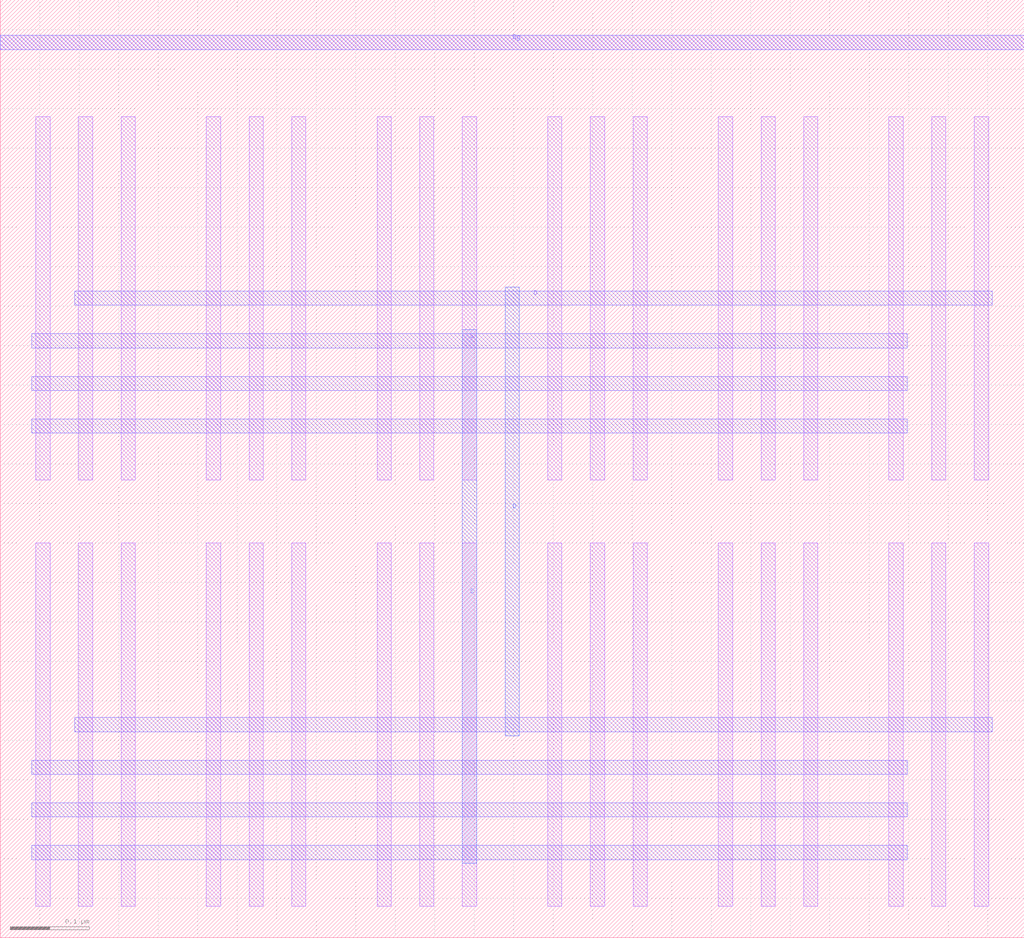
<source format=lef>
MACRO DCL_NMOS_n12_X2_Y2
  ORIGIN 0 0 ;
  FOREIGN DCL_NMOS_n12_X2_Y2 0 0 ;
  SIZE 0.864 BY 1.188 ;
  PIN S
    DIRECTION INOUT ;
    USE SIGNAL ;
    PORT
      LAYER M2 ;
        RECT 0.040 0.099 0.716 0.117 ;
      LAYER M2 ;
        RECT 0.040 0.153 0.716 0.171 ;
      LAYER M2 ;
        RECT 0.040 0.207 0.716 0.225 ;
      LAYER M2 ;
        RECT 0.040 0.639 0.716 0.657 ;
      LAYER M2 ;
        RECT 0.040 0.693 0.716 0.711 ;
      LAYER M2 ;
        RECT 0.040 0.747 0.716 0.765 ;
      LAYER M3 ;
        RECT 0.369 0.094 0.387 0.770 ;
    END
  END S
  PIN D
    DIRECTION INOUT ;
    USE SIGNAL ;
    PORT
      LAYER M2 ;
        RECT 0.094 0.261 0.824 0.279 ;
      LAYER M2 ;
        RECT 0.094 0.801 0.824 0.819 ;
      LAYER M3 ;
        RECT 0.423 0.256 0.441 0.824 ;
    END
  END D
  PIN Bg
    DIRECTION INOUT ;
    USE SIGNAL ;
    PORT
      LAYER M2 ;
        RECT 0.0 1.125 0.864 1.143 ;
    END
  END Bg
  OBS
    LAYER M1 ;
      RECT 0.0 1.125 0.864 1.143 ;
    LAYER M1 ;
      RECT 0.099 0.040 0.117 0.500 ;
    LAYER M1 ;
      RECT 0.099 0.580 0.117 1.040 ;
    LAYER M1 ;
      RECT 0.315 0.040 0.333 0.500 ;
    LAYER M1 ;
      RECT 0.315 0.580 0.333 1.040 ;
    LAYER M1 ;
      RECT 0.531 0.040 0.549 0.500 ;
    LAYER M1 ;
      RECT 0.531 0.580 0.549 1.040 ;
    LAYER M1 ;
      RECT 0.747 0.040 0.765 0.500 ;
    LAYER M1 ;
      RECT 0.747 0.580 0.765 1.040 ;
    LAYER M1 ;
      RECT 0.045 0.040 0.063 0.500 ;
    LAYER M1 ;
      RECT 0.045 0.580 0.063 1.040 ;
    LAYER M1 ;
      RECT 0.261 0.040 0.279 0.500 ;
    LAYER M1 ;
      RECT 0.261 0.580 0.279 1.040 ;
    LAYER M1 ;
      RECT 0.477 0.040 0.495 0.500 ;
    LAYER M1 ;
      RECT 0.477 0.580 0.495 1.040 ;
    LAYER M1 ;
      RECT 0.693 0.040 0.711 0.500 ;
    LAYER M1 ;
      RECT 0.693 0.580 0.711 1.040 ;
    LAYER M1 ;
      RECT 0.153 0.040 0.171 0.500 ;
    LAYER M1 ;
      RECT 0.153 0.580 0.171 1.040 ;
    LAYER M1 ;
      RECT 0.369 0.040 0.387 0.500 ;
    LAYER M1 ;
      RECT 0.369 0.580 0.387 1.040 ;
    LAYER M1 ;
      RECT 0.585 0.040 0.603 0.500 ;
    LAYER M1 ;
      RECT 0.585 0.580 0.603 1.040 ;
    LAYER M1 ;
      RECT 0.801 0.040 0.819 0.500 ;
    LAYER M1 ;
      RECT 0.801 0.580 0.819 1.040 ;
  END
END DCL_NMOS_n12_X2_Y2
MACRO DCL_NMOS_n12_X3_Y1
  ORIGIN 0 0 ;
  FOREIGN DCL_NMOS_n12_X3_Y1 0 0 ;
  SIZE 1.296 BY 0.648 ;
  PIN S
    DIRECTION INOUT ;
    USE SIGNAL ;
    PORT
      LAYER M2 ;
        RECT 0.040 0.099 1.148 0.117 ;
      LAYER M2 ;
        RECT 0.040 0.153 1.148 0.171 ;
      LAYER M2 ;
        RECT 0.040 0.207 1.148 0.225 ;
      LAYER M3 ;
        RECT 0.585 0.094 0.603 0.446 ;
    END
  END S
  PIN D
    DIRECTION INOUT ;
    USE SIGNAL ;
    PORT
      LAYER M2 ;
        RECT 0.094 0.261 1.256 0.279 ;
      LAYER M3 ;
        RECT 0.639 0.094 0.657 0.446 ;
    END
  END D
  PIN Bg
    DIRECTION INOUT ;
    USE SIGNAL ;
    PORT
      LAYER M2 ;
        RECT 0.0 0.585 1.296 0.603 ;
    END
  END Bg
  OBS
    LAYER M1 ;
      RECT 0.0 0.585 1.296 0.603 ;
    LAYER M1 ;
      RECT 0.099 0.040 0.117 0.500 ;
    LAYER M1 ;
      RECT 0.315 0.040 0.333 0.500 ;
    LAYER M1 ;
      RECT 0.531 0.040 0.549 0.500 ;
    LAYER M1 ;
      RECT 0.747 0.040 0.765 0.500 ;
    LAYER M1 ;
      RECT 0.963 0.040 0.981 0.500 ;
    LAYER M1 ;
      RECT 1.179 0.040 1.197 0.500 ;
    LAYER M1 ;
      RECT 0.045 0.040 0.063 0.500 ;
    LAYER M1 ;
      RECT 0.261 0.040 0.279 0.500 ;
    LAYER M1 ;
      RECT 0.477 0.040 0.495 0.500 ;
    LAYER M1 ;
      RECT 0.693 0.040 0.711 0.500 ;
    LAYER M1 ;
      RECT 0.909 0.040 0.927 0.500 ;
    LAYER M1 ;
      RECT 1.125 0.040 1.143 0.500 ;
    LAYER M1 ;
      RECT 0.153 0.040 0.171 0.500 ;
    LAYER M1 ;
      RECT 0.369 0.040 0.387 0.500 ;
    LAYER M1 ;
      RECT 0.585 0.040 0.603 0.500 ;
    LAYER M1 ;
      RECT 0.801 0.040 0.819 0.500 ;
    LAYER M1 ;
      RECT 1.017 0.040 1.035 0.500 ;
    LAYER M1 ;
      RECT 1.233 0.040 1.251 0.500 ;
  END
END DCL_NMOS_n12_X3_Y1
MACRO DCL_PMOS_n12_X3_Y2
  ORIGIN 0 0 ;
  FOREIGN DCL_PMOS_n12_X3_Y2 0 0 ;
  SIZE 1.296 BY 1.188 ;
  PIN S
    DIRECTION INOUT ;
    USE SIGNAL ;
    PORT
      LAYER M2 ;
        RECT 0.040 0.099 1.148 0.117 ;
      LAYER M2 ;
        RECT 0.040 0.153 1.148 0.171 ;
      LAYER M2 ;
        RECT 0.040 0.207 1.148 0.225 ;
      LAYER M2 ;
        RECT 0.040 0.639 1.148 0.657 ;
      LAYER M2 ;
        RECT 0.040 0.693 1.148 0.711 ;
      LAYER M2 ;
        RECT 0.040 0.747 1.148 0.765 ;
      LAYER M3 ;
        RECT 0.585 0.094 0.603 0.770 ;
    END
  END S
  PIN D
    DIRECTION INOUT ;
    USE SIGNAL ;
    PORT
      LAYER M2 ;
        RECT 0.094 0.261 1.256 0.279 ;
      LAYER M2 ;
        RECT 0.094 0.801 1.256 0.819 ;
      LAYER M3 ;
        RECT 0.639 0.256 0.657 0.824 ;
    END
  END D
  PIN Bg
    DIRECTION INOUT ;
    USE SIGNAL ;
    PORT
      LAYER M2 ;
        RECT 0.0 1.125 1.296 1.143 ;
    END
  END Bg
  OBS
    LAYER M1 ;
      RECT 0.0 1.125 1.296 1.143 ;
    LAYER M1 ;
      RECT 0.099 0.040 0.117 0.500 ;
    LAYER M1 ;
      RECT 0.099 0.580 0.117 1.040 ;
    LAYER M1 ;
      RECT 0.315 0.040 0.333 0.500 ;
    LAYER M1 ;
      RECT 0.315 0.580 0.333 1.040 ;
    LAYER M1 ;
      RECT 0.531 0.040 0.549 0.500 ;
    LAYER M1 ;
      RECT 0.531 0.580 0.549 1.040 ;
    LAYER M1 ;
      RECT 0.747 0.040 0.765 0.500 ;
    LAYER M1 ;
      RECT 0.747 0.580 0.765 1.040 ;
    LAYER M1 ;
      RECT 0.963 0.040 0.981 0.500 ;
    LAYER M1 ;
      RECT 0.963 0.580 0.981 1.040 ;
    LAYER M1 ;
      RECT 1.179 0.040 1.197 0.500 ;
    LAYER M1 ;
      RECT 1.179 0.580 1.197 1.040 ;
    LAYER M1 ;
      RECT 0.045 0.040 0.063 0.500 ;
    LAYER M1 ;
      RECT 0.045 0.580 0.063 1.040 ;
    LAYER M1 ;
      RECT 0.261 0.040 0.279 0.500 ;
    LAYER M1 ;
      RECT 0.261 0.580 0.279 1.040 ;
    LAYER M1 ;
      RECT 0.477 0.040 0.495 0.500 ;
    LAYER M1 ;
      RECT 0.477 0.580 0.495 1.040 ;
    LAYER M1 ;
      RECT 0.693 0.040 0.711 0.500 ;
    LAYER M1 ;
      RECT 0.693 0.580 0.711 1.040 ;
    LAYER M1 ;
      RECT 0.909 0.040 0.927 0.500 ;
    LAYER M1 ;
      RECT 0.909 0.580 0.927 1.040 ;
    LAYER M1 ;
      RECT 1.125 0.040 1.143 0.500 ;
    LAYER M1 ;
      RECT 1.125 0.580 1.143 1.040 ;
    LAYER M1 ;
      RECT 0.153 0.040 0.171 0.500 ;
    LAYER M1 ;
      RECT 0.153 0.580 0.171 1.040 ;
    LAYER M1 ;
      RECT 0.369 0.040 0.387 0.500 ;
    LAYER M1 ;
      RECT 0.369 0.580 0.387 1.040 ;
    LAYER M1 ;
      RECT 0.585 0.040 0.603 0.500 ;
    LAYER M1 ;
      RECT 0.585 0.580 0.603 1.040 ;
    LAYER M1 ;
      RECT 0.801 0.040 0.819 0.500 ;
    LAYER M1 ;
      RECT 0.801 0.580 0.819 1.040 ;
    LAYER M1 ;
      RECT 1.017 0.040 1.035 0.500 ;
    LAYER M1 ;
      RECT 1.017 0.580 1.035 1.040 ;
    LAYER M1 ;
      RECT 1.233 0.040 1.251 0.500 ;
    LAYER M1 ;
      RECT 1.233 0.580 1.251 1.040 ;
  END
END DCL_PMOS_n12_X3_Y2
MACRO Switch_NMOS_n12_X3_Y1
  ORIGIN 0 0 ;
  FOREIGN Switch_NMOS_n12_X3_Y1 0 0 ;
  SIZE 1.296 BY 0.648 ;
  PIN S
    DIRECTION INOUT ;
    USE SIGNAL ;
    PORT
      LAYER M2 ;
        RECT 0.040 0.099 1.148 0.117 ;
      LAYER M2 ;
        RECT 0.040 0.153 1.148 0.171 ;
      LAYER M2 ;
        RECT 0.040 0.207 1.148 0.225 ;
      LAYER M3 ;
        RECT 0.585 0.094 0.603 0.446 ;
    END
  END S
  PIN D
    DIRECTION INOUT ;
    USE SIGNAL ;
    PORT
      LAYER M2 ;
        RECT 0.148 0.261 1.256 0.279 ;
      LAYER M3 ;
        RECT 0.639 0.094 0.657 0.446 ;
    END
  END D
  PIN G
    DIRECTION INOUT ;
    USE SIGNAL ;
    PORT
      LAYER M2 ;
        RECT 0.094 0.315 1.202 0.333 ;
      LAYER M3 ;
        RECT 0.531 0.094 0.549 0.446 ;
    END
  END G
  PIN Bg
    DIRECTION INOUT ;
    USE SIGNAL ;
    PORT
      LAYER M2 ;
        RECT 0.0 0.585 1.296 0.603 ;
    END
  END Bg
  OBS
    LAYER M1 ;
      RECT 0.0 0.585 1.296 0.603 ;
    LAYER M1 ;
      RECT 0.099 0.040 0.117 0.500 ;
    LAYER M1 ;
      RECT 0.315 0.040 0.333 0.500 ;
    LAYER M1 ;
      RECT 0.531 0.040 0.549 0.500 ;
    LAYER M1 ;
      RECT 0.747 0.040 0.765 0.500 ;
    LAYER M1 ;
      RECT 0.963 0.040 0.981 0.500 ;
    LAYER M1 ;
      RECT 1.179 0.040 1.197 0.500 ;
    LAYER M1 ;
      RECT 0.045 0.040 0.063 0.500 ;
    LAYER M1 ;
      RECT 0.261 0.040 0.279 0.500 ;
    LAYER M1 ;
      RECT 0.477 0.040 0.495 0.500 ;
    LAYER M1 ;
      RECT 0.693 0.040 0.711 0.500 ;
    LAYER M1 ;
      RECT 0.909 0.040 0.927 0.500 ;
    LAYER M1 ;
      RECT 1.125 0.040 1.143 0.500 ;
    LAYER M1 ;
      RECT 0.153 0.040 0.171 0.500 ;
    LAYER M1 ;
      RECT 0.369 0.040 0.387 0.500 ;
    LAYER M1 ;
      RECT 0.585 0.040 0.603 0.500 ;
    LAYER M1 ;
      RECT 0.801 0.040 0.819 0.500 ;
    LAYER M1 ;
      RECT 1.017 0.040 1.035 0.500 ;
    LAYER M1 ;
      RECT 1.233 0.040 1.251 0.500 ;
  END
END Switch_NMOS_n12_X3_Y1
MACRO Switch_PMOS_n12_X1_Y1
  ORIGIN 0 0 ;
  FOREIGN Switch_PMOS_n12_X1_Y1 0 0 ;
  SIZE 0.432 BY 0.648 ;
  PIN S
    DIRECTION INOUT ;
    USE SIGNAL ;
    PORT
      LAYER M2 ;
        RECT 0.040 0.099 0.284 0.117 ;
      LAYER M2 ;
        RECT 0.040 0.153 0.284 0.171 ;
      LAYER M2 ;
        RECT 0.040 0.207 0.284 0.225 ;
      LAYER M3 ;
        RECT 0.153 0.094 0.171 0.446 ;
    END
  END S
  PIN D
    DIRECTION INOUT ;
    USE SIGNAL ;
    PORT
      LAYER M2 ;
        RECT 0.148 0.261 0.392 0.279 ;
      LAYER M3 ;
        RECT 0.207 0.094 0.225 0.446 ;
    END
  END D
  PIN G
    DIRECTION INOUT ;
    USE SIGNAL ;
    PORT
      LAYER M2 ;
        RECT 0.094 0.315 0.338 0.333 ;
      LAYER M3 ;
        RECT 0.099 0.094 0.117 0.446 ;
    END
  END G
  PIN Bg
    DIRECTION INOUT ;
    USE SIGNAL ;
    PORT
      LAYER M2 ;
        RECT 0.0 0.585 0.432 0.603 ;
    END
  END Bg
  OBS
    LAYER M1 ;
      RECT 0.0 0.585 0.432 0.603 ;
    LAYER M1 ;
      RECT 0.099 0.040 0.117 0.500 ;
    LAYER M1 ;
      RECT 0.315 0.040 0.333 0.500 ;
    LAYER M1 ;
      RECT 0.045 0.040 0.063 0.500 ;
    LAYER M1 ;
      RECT 0.261 0.040 0.279 0.500 ;
    LAYER M1 ;
      RECT 0.153 0.040 0.171 0.500 ;
    LAYER M1 ;
      RECT 0.369 0.040 0.387 0.500 ;
  END
END Switch_PMOS_n12_X1_Y1
MACRO Switch_PMOS_n12_X3_Y2
  ORIGIN 0 0 ;
  FOREIGN Switch_PMOS_n12_X3_Y2 0 0 ;
  SIZE 1.296 BY 1.188 ;
  PIN S
    DIRECTION INOUT ;
    USE SIGNAL ;
    PORT
      LAYER M2 ;
        RECT 0.040 0.099 1.148 0.117 ;
      LAYER M2 ;
        RECT 0.040 0.153 1.148 0.171 ;
      LAYER M2 ;
        RECT 0.040 0.207 1.148 0.225 ;
      LAYER M2 ;
        RECT 0.040 0.639 1.148 0.657 ;
      LAYER M2 ;
        RECT 0.040 0.693 1.148 0.711 ;
      LAYER M2 ;
        RECT 0.040 0.747 1.148 0.765 ;
      LAYER M3 ;
        RECT 0.585 0.094 0.603 0.770 ;
    END
  END S
  PIN D
    DIRECTION INOUT ;
    USE SIGNAL ;
    PORT
      LAYER M2 ;
        RECT 0.148 0.261 1.256 0.279 ;
      LAYER M2 ;
        RECT 0.148 0.801 1.256 0.819 ;
      LAYER M3 ;
        RECT 0.639 0.256 0.657 0.824 ;
    END
  END D
  PIN G
    DIRECTION INOUT ;
    USE SIGNAL ;
    PORT
      LAYER M2 ;
        RECT 0.094 0.315 1.202 0.333 ;
      LAYER M2 ;
        RECT 0.094 0.855 1.202 0.873 ;
      LAYER M3 ;
        RECT 0.531 0.310 0.549 0.878 ;
    END
  END G
  PIN Bg
    DIRECTION INOUT ;
    USE SIGNAL ;
    PORT
      LAYER M2 ;
        RECT 0.0 1.125 1.296 1.143 ;
    END
  END Bg
  OBS
    LAYER M1 ;
      RECT 0.0 1.125 1.296 1.143 ;
    LAYER M1 ;
      RECT 0.099 0.040 0.117 0.500 ;
    LAYER M1 ;
      RECT 0.099 0.580 0.117 1.040 ;
    LAYER M1 ;
      RECT 0.315 0.040 0.333 0.500 ;
    LAYER M1 ;
      RECT 0.315 0.580 0.333 1.040 ;
    LAYER M1 ;
      RECT 0.531 0.040 0.549 0.500 ;
    LAYER M1 ;
      RECT 0.531 0.580 0.549 1.040 ;
    LAYER M1 ;
      RECT 0.747 0.040 0.765 0.500 ;
    LAYER M1 ;
      RECT 0.747 0.580 0.765 1.040 ;
    LAYER M1 ;
      RECT 0.963 0.040 0.981 0.500 ;
    LAYER M1 ;
      RECT 0.963 0.580 0.981 1.040 ;
    LAYER M1 ;
      RECT 1.179 0.040 1.197 0.500 ;
    LAYER M1 ;
      RECT 1.179 0.580 1.197 1.040 ;
    LAYER M1 ;
      RECT 0.045 0.040 0.063 0.500 ;
    LAYER M1 ;
      RECT 0.045 0.580 0.063 1.040 ;
    LAYER M1 ;
      RECT 0.261 0.040 0.279 0.500 ;
    LAYER M1 ;
      RECT 0.261 0.580 0.279 1.040 ;
    LAYER M1 ;
      RECT 0.477 0.040 0.495 0.500 ;
    LAYER M1 ;
      RECT 0.477 0.580 0.495 1.040 ;
    LAYER M1 ;
      RECT 0.693 0.040 0.711 0.500 ;
    LAYER M1 ;
      RECT 0.693 0.580 0.711 1.040 ;
    LAYER M1 ;
      RECT 0.909 0.040 0.927 0.500 ;
    LAYER M1 ;
      RECT 0.909 0.580 0.927 1.040 ;
    LAYER M1 ;
      RECT 1.125 0.040 1.143 0.500 ;
    LAYER M1 ;
      RECT 1.125 0.580 1.143 1.040 ;
    LAYER M1 ;
      RECT 0.153 0.040 0.171 0.500 ;
    LAYER M1 ;
      RECT 0.153 0.580 0.171 1.040 ;
    LAYER M1 ;
      RECT 0.369 0.040 0.387 0.500 ;
    LAYER M1 ;
      RECT 0.369 0.580 0.387 1.040 ;
    LAYER M1 ;
      RECT 0.585 0.040 0.603 0.500 ;
    LAYER M1 ;
      RECT 0.585 0.580 0.603 1.040 ;
    LAYER M1 ;
      RECT 0.801 0.040 0.819 0.500 ;
    LAYER M1 ;
      RECT 0.801 0.580 0.819 1.040 ;
    LAYER M1 ;
      RECT 1.017 0.040 1.035 0.500 ;
    LAYER M1 ;
      RECT 1.017 0.580 1.035 1.040 ;
    LAYER M1 ;
      RECT 1.233 0.040 1.251 0.500 ;
    LAYER M1 ;
      RECT 1.233 0.580 1.251 1.040 ;
  END
END Switch_PMOS_n12_X3_Y2

</source>
